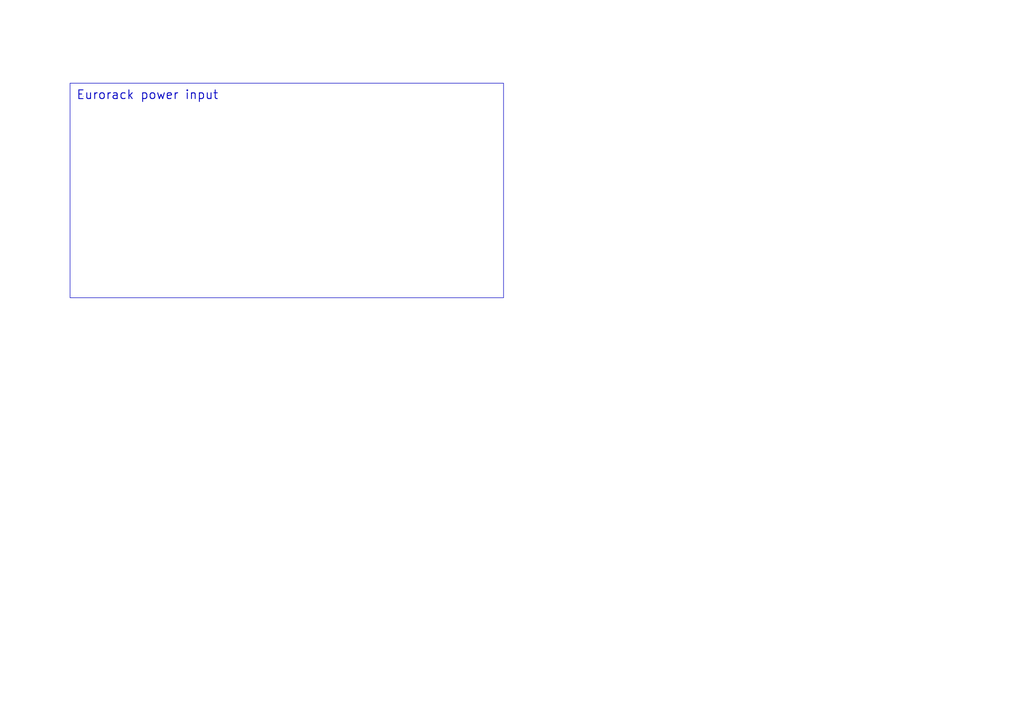
<source format=kicad_sch>
(kicad_sch
	(version 20231120)
	(generator "eeschema")
	(generator_version "8.0")
	(uuid "f9864d7c-e83f-4da4-843e-edc215fc6c80")
	(paper "A4")
	(lib_symbols)
	(rectangle
		(start 20.32 24.13)
		(end 146.05 86.36)
		(stroke
			(width 0)
			(type default)
		)
		(fill
			(type none)
		)
		(uuid 28ba1ae4-465c-457c-ad1c-64f285881b1f)
	)
	(rectangle
		(start 24.13 27.94)
		(end 24.13 27.94)
		(stroke
			(width 0)
			(type default)
		)
		(fill
			(type none)
		)
		(uuid 905b3d86-a799-4b38-b300-38dc961e9b2d)
	)
	(text "Eurorack power input"
		(exclude_from_sim no)
		(at 22.098 27.686 0)
		(effects
			(font
				(size 2.54 2.54)
				(thickness 0.254)
				(bold yes)
			)
			(justify left)
		)
		(uuid "43d05da8-df09-41ff-922e-184bf1e8096b")
	)
)

</source>
